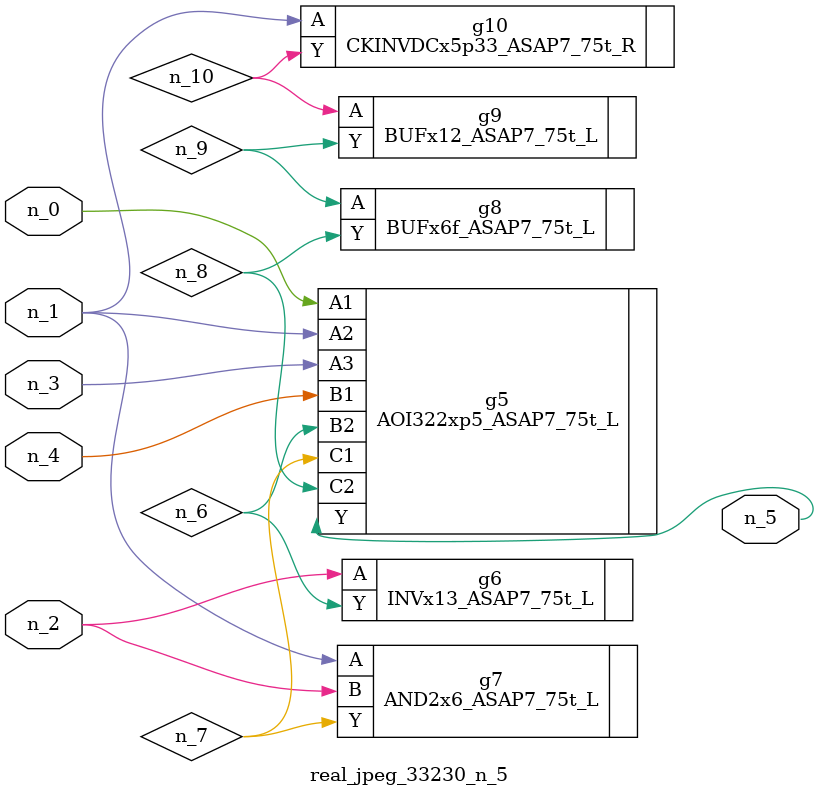
<source format=v>
module real_jpeg_33230_n_5 (n_4, n_0, n_1, n_2, n_3, n_5);

input n_4;
input n_0;
input n_1;
input n_2;
input n_3;

output n_5;

wire n_8;
wire n_6;
wire n_7;
wire n_10;
wire n_9;

AOI322xp5_ASAP7_75t_L g5 ( 
.A1(n_0),
.A2(n_1),
.A3(n_3),
.B1(n_4),
.B2(n_6),
.C1(n_7),
.C2(n_8),
.Y(n_5)
);

AND2x6_ASAP7_75t_L g7 ( 
.A(n_1),
.B(n_2),
.Y(n_7)
);

CKINVDCx5p33_ASAP7_75t_R g10 ( 
.A(n_1),
.Y(n_10)
);

INVx13_ASAP7_75t_L g6 ( 
.A(n_2),
.Y(n_6)
);

BUFx6f_ASAP7_75t_L g8 ( 
.A(n_9),
.Y(n_8)
);

BUFx12_ASAP7_75t_L g9 ( 
.A(n_10),
.Y(n_9)
);


endmodule
</source>
